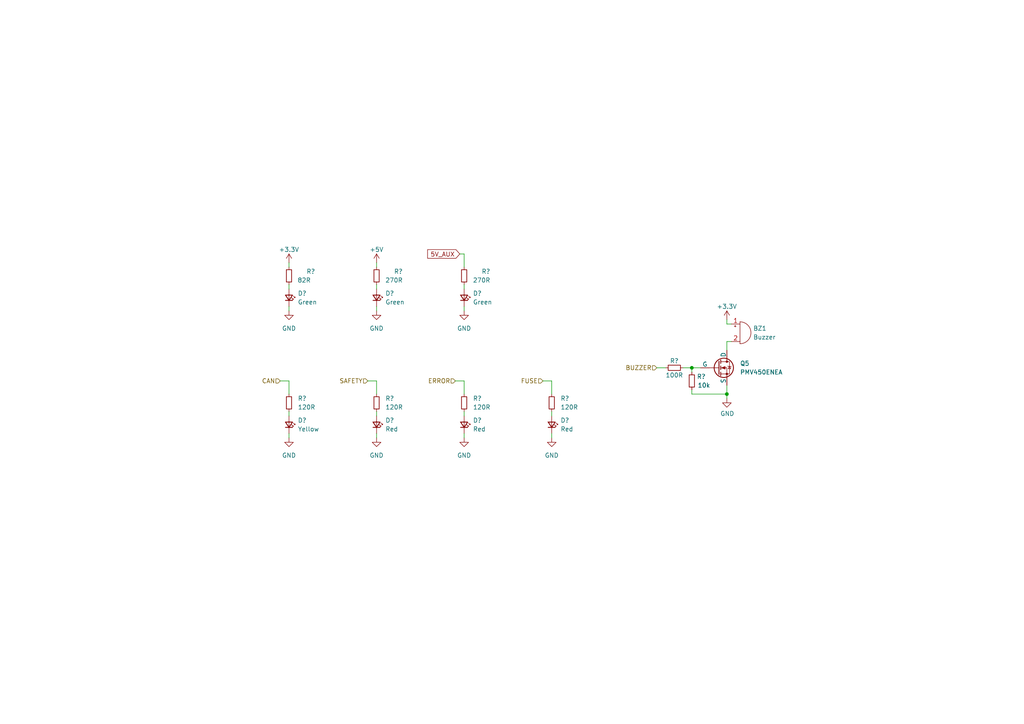
<source format=kicad_sch>
(kicad_sch (version 20230121) (generator eeschema)
  (paper "A4")
  (title_block (title "LEDs") (date "2023-07-01") (rev "${REVISION}") (company "Author: I. Kajdan") (comment 1 "Reviewer:"))
  (lib_symbols
    (symbol "Device:Buzzer" (pin_names (offset 0.0254) hide)
      (property "Reference" "BZ" (at 3.81 1.27 0))
      (property "Value" "Buzzer" (at 3.81 -1.27 0))
      (symbol "Buzzer_0_1"
        (arc (start 0 -3.175) (mid 3.1612 0) (end 0 3.175))
        (polyline (pts (xy -1.651 1.905) (xy -1.143 1.905)))
        (polyline (pts (xy -1.397 2.159) (xy -1.397 1.651)))
        (polyline (pts (xy 0 3.175) (xy 0 -3.175)))
      )
      (symbol "Buzzer_1_1"
        (pin passive line (at -2.54 2.54 0) (length 2.54) (name "-") (number "1"))
        (pin passive line (at -2.54 -2.54 0) (length 2.54) (name "+") (number "2"))
      )
    )
    (symbol "Device:LED_Small" (pin_numbers hide) (pin_names (offset 0.254) hide)
      (property "Reference" "D" (at -1.27 3.175 0))
      (property "Value" "LED_Small" (at -4.445 -2.54 0))
      (symbol "LED_Small_0_1"
        (polyline (pts (xy -0.762 -1.016) (xy -0.762 1.016)) (stroke (width 0.254)))
        (polyline (pts (xy 1.016 0) (xy -0.762 0)))
        (polyline (pts (xy 0.762 -1.016) (xy -0.762 0) (xy 0.762 1.016) (xy 0.762 -1.016)) (stroke (width 0.254)))
        (polyline (pts (xy 0 0.762) (xy -0.508 1.27) (xy -0.254 1.27) (xy -0.508 1.27) (xy -0.508 1.016)))
        (polyline (pts (xy 0.508 1.27) (xy 0 1.778) (xy 0.254 1.778) (xy 0 1.778) (xy 0 1.524)))
      )
      (symbol "LED_Small_1_1"
        (pin passive line (at -2.54 0 0) (length 1.778) (name "K") (number "1"))
        (pin passive line (at 2.54 0 180) (length 1.778) (name "A") (number "2"))
      )
    )
    (symbol "Device:R_Small" (pin_numbers hide) (pin_names (offset 0.254) hide)
      (property "Reference" "R" (at 0.762 0.508 0))
      (property "Value" "R_Small" (at 0.762 -1.016 0))
      (symbol "R_Small_0_1"
        (rectangle (start -0.762 1.778) (end 0.762 -1.778) (stroke (width 0.2032)))
      )
      (symbol "R_Small_1_1"
        (pin passive line (at 0 2.54 270) (length 0.762) (name "~") (number "1"))
        (pin passive line (at 0 -2.54 90) (length 0.762) (name "~") (number "2"))
      )
    )
    (symbol "Simulation_SPICE:NMOS" (pin_numbers hide) (pin_names (offset 0))
      (property "Reference" "Q" (at 5.08 1.27 0))
      (property "Value" "NMOS" (at 5.08 -1.27 0))
      (symbol "NMOS_0_1"
        (polyline (pts (xy 0.254 0) (xy -2.54 0)))
        (polyline (pts (xy 0.254 1.905) (xy 0.254 -1.905)) (stroke (width 0.254)))
        (polyline (pts (xy 0.762 -1.27) (xy 0.762 -2.286)) (stroke (width 0.254)))
        (polyline (pts (xy 0.762 0.508) (xy 0.762 -0.508)) (stroke (width 0.254)))
        (polyline (pts (xy 0.762 2.286) (xy 0.762 1.27)) (stroke (width 0.254)))
        (polyline (pts (xy 2.54 2.54) (xy 2.54 1.778)))
        (polyline (pts (xy 2.54 -2.54) (xy 2.54 0) (xy 0.762 0)))
        (polyline (pts (xy 0.762 -1.778) (xy 3.302 -1.778) (xy 3.302 1.778) (xy 0.762 1.778)))
        (polyline (pts (xy 1.016 0) (xy 2.032 0.381) (xy 2.032 -0.381) (xy 1.016 0)) (fill (type outline)))
        (polyline (pts (xy 2.794 0.508) (xy 2.921 0.381) (xy 3.683 0.381) (xy 3.81 0.254)))
        (polyline (pts (xy 3.302 0.381) (xy 2.921 -0.254) (xy 3.683 -0.254) (xy 3.302 0.381)))
        (circle (center 1.651 0) (radius 2.794) (stroke (width 0.254)))
        (circle (center 2.54 -1.778) (radius 0.254) (fill (type outline)))
        (circle (center 2.54 1.778) (radius 0.254) (fill (type outline)))
      )
      (symbol "NMOS_1_1"
        (pin passive line (at 2.54 5.08 270) (length 2.54) (name "D") (number "1"))
        (pin input line (at -5.08 0 0) (length 2.54) (name "G") (number "2"))
        (pin passive line (at 2.54 -5.08 90) (length 2.54) (name "S") (number "3"))
      )
    )
    (symbol "power:+3.3V" (power) (pin_names (offset 0))
      (property "Value" "+3.3V" (at 0 3.556 0))
      (symbol "+3.3V_0_1"
        (polyline (pts (xy -0.762 1.27) (xy 0 2.54)))
        (polyline (pts (xy 0 0) (xy 0 2.54)))
        (polyline (pts (xy 0 2.54) (xy 0.762 1.27)))
      )
      (symbol "+3.3V_1_1"
        (pin power_in line (at 0 0 90) (length 0) hide (name "+3.3V") (number "1"))
      )
    )
    (symbol "power:+5V" (power) (pin_names (offset 0))
      (property "Value" "+5V" (at 0 3.556 0))
      (symbol "+5V_0_1"
        (polyline (pts (xy -0.762 1.27) (xy 0 2.54)))
        (polyline (pts (xy 0 0) (xy 0 2.54)))
        (polyline (pts (xy 0 2.54) (xy 0.762 1.27)))
      )
      (symbol "+5V_1_1"
        (pin power_in line (at 0 0 90) (length 0) hide (name "+5V") (number "1"))
      )
    )
    (symbol "power:GND" (power) (pin_names (offset 0))
      (property "Value" "GND" (at 0 -3.81 0))
      (symbol "GND_0_1"
        (polyline (pts (xy 0 0) (xy 0 -1.27) (xy 1.27 -1.27) (xy 0 -2.54) (xy -1.27 -1.27) (xy 0 -1.27)))
      )
      (symbol "GND_1_1"
        (pin power_in line (at 0 0 270) (length 0) hide (name "GND") (number "1"))
      )
    )
  )
  (junction (at 210.82 114.3))
  (junction (at 200.66 106.68))
  (wire (pts (xy 133.35 73.66) (xy 134.62 73.66)))
  (wire (pts (xy 83.82 82.55) (xy 83.82 83.82)))
  (wire (pts (xy 134.62 90.17) (xy 134.62 88.9)))
  (wire (pts (xy 210.82 111.76) (xy 210.82 114.3)))
  (wire (pts (xy 109.22 110.49) (xy 109.22 114.3)))
  (wire (pts (xy 210.82 93.98) (xy 210.82 92.71)))
  (wire (pts (xy 109.22 82.55) (xy 109.22 83.82)))
  (wire (pts (xy 157.48 110.49) (xy 160.02 110.49)))
  (wire (pts (xy 160.02 119.38) (xy 160.02 120.65)))
  (wire (pts (xy 132.08 110.49) (xy 134.62 110.49)))
  (wire (pts (xy 109.22 76.2) (xy 109.22 77.47)))
  (wire (pts (xy 190.5 106.68) (xy 193.04 106.68)))
  (wire (pts (xy 83.82 110.49) (xy 83.82 114.3)))
  (wire (pts (xy 210.82 99.06) (xy 210.82 101.6)))
  (wire (pts (xy 160.02 125.73) (xy 160.02 127)))
  (wire (pts (xy 83.82 88.9) (xy 83.82 90.17)))
  (wire (pts (xy 134.62 125.73) (xy 134.62 127)))
  (wire (pts (xy 134.62 110.49) (xy 134.62 114.3)))
  (wire (pts (xy 109.22 125.73) (xy 109.22 127)))
  (wire (pts (xy 81.28 110.49) (xy 83.82 110.49)))
  (wire (pts (xy 134.62 82.55) (xy 134.62 83.82)))
  (wire (pts (xy 106.68 110.49) (xy 109.22 110.49)))
  (wire (pts (xy 210.82 114.3) (xy 210.82 115.57)))
  (wire (pts (xy 212.09 93.98) (xy 210.82 93.98)))
  (wire (pts (xy 83.82 119.38) (xy 83.82 120.65)))
  (wire (pts (xy 200.66 114.3) (xy 210.82 114.3)))
  (wire (pts (xy 200.66 106.68) (xy 203.2 106.68)))
  (wire (pts (xy 160.02 110.49) (xy 160.02 114.3)))
  (wire (pts (xy 198.12 106.68) (xy 200.66 106.68)))
  (wire (pts (xy 109.22 90.17) (xy 109.22 88.9)))
  (wire (pts (xy 134.62 119.38) (xy 134.62 120.65)))
  (wire (pts (xy 83.82 125.73) (xy 83.82 127)))
  (wire (pts (xy 200.66 106.68) (xy 200.66 107.95)))
  (wire (pts (xy 109.22 119.38) (xy 109.22 120.65)))
  (wire (pts (xy 134.62 73.66) (xy 134.62 77.47)))
  (wire (pts (xy 83.82 76.2) (xy 83.82 77.47)))
  (wire (pts (xy 200.66 113.03) (xy 200.66 114.3)))
  (wire (pts (xy 210.82 99.06) (xy 212.09 99.06)))
  (global_label "5V_AUX" (shape input) (at 133.35 73.66 180) (property "Intersheetrefs" "${INTERSHEET_REFS}" (effects hide)))
  (hierarchical_label "CAN" (shape input) (at 81.28 110.49 180))
  (hierarchical_label "BUZZER" (shape input) (at 190.5 106.68 180))
  (hierarchical_label "SAFETY" (shape input) (at 106.68 110.49 180))
  (hierarchical_label "ERROR" (shape input) (at 132.08 110.49 180))
  (hierarchical_label "FUSE" (shape input) (at 157.48 110.49 180))
  (symbol (lib_id "Device:LED_Small") (at 83.82 123.19 270) (mirror x) (unit 1)
    (property "Reference" "D?" (at 86.36 121.92 90) (effects (justify left)))
    (property "Value" "Yellow" (at 86.36 124.46 90) (effects (justify left)))
    (property "Footprint" "LED_SMD:LED_0201_0603Metric" (effects hide))
    (instances (project "rearbox" (path "" (reference "D?") (unit 1)) (path "" (reference "D5") (unit 1))))
  )
  (symbol (lib_id "power:GND") (at 83.82 127 0) (unit 1)
    (property "Reference" "#PWR?" (effects hide))
    (property "Value" "GND" (at 83.82 132.08 0))
    (instances (project "rearbox" (path "" (reference "#PWR?") (unit 1)) (path "" (reference "#PWR0139") (unit 1))) (project "suspension_tension_meter" (path "" (reference "#PWR?") (unit 1))))
  )
  (symbol (lib_id "power:GND") (at 83.82 90.17 0) (unit 1)
    (property "Reference" "#PWR?" (effects hide))
    (property "Value" "GND" (at 83.82 95.25 0))
    (instances (project "rearbox" (path "" (reference "#PWR?") (unit 1)) (path "" (reference "#PWR?") (unit 1)) (path "" (reference "#PWR0138") (unit 1))))
  )
  (symbol (lib_id "power:GND") (at 160.02 127 0) (unit 1)
    (property "Reference" "#PWR?" (effects hide))
    (property "Value" "GND" (at 160.02 132.08 0))
    (instances (project "rearbox" (path "" (reference "#PWR?") (unit 1)) (path "" (reference "#PWR0145") (unit 1))) (project "suspension_tension_meter" (path "" (reference "#PWR?") (unit 1))))
  )
  (symbol (lib_id "power:+3.3V") (at 83.82 76.2 0) (unit 1)
    (property "Reference" "#PWR?" (effects hide))
    (property "Value" "+3.3V" (at 83.82 72.39 0))
    (instances (project "rearbox" (path "" (reference "#PWR?") (unit 1)) (path "" (reference "#PWR0137") (unit 1))))
  )
  (symbol (lib_id "Device:R_Small") (at 83.82 80.01 0) (mirror y) (unit 1)
    (property "Reference" "R?" (at 91.44 78.74 0) (effects (justify left)))
    (property "Value" "82R" (at 90.17 81.28 0) (effects (justify left)))
    (property "Footprint" "Resistor_SMD:R_0402_1005Metric" (effects hide))
    (instances (project "rearbox" (path "" (reference "R?") (unit 1)) (path "" (reference "R96") (unit 1))))
  )
  (symbol (lib_id "power:GND") (at 109.22 127 0) (unit 1)
    (property "Reference" "#PWR?" (effects hide))
    (property "Value" "GND" (at 109.22 132.08 0))
    (instances (project "rearbox" (path "" (reference "#PWR?") (unit 1)) (path "" (reference "#PWR0142") (unit 1))) (project "suspension_tension_meter" (path "" (reference "#PWR?") (unit 1))))
  )
  (symbol (lib_id "Device:R_Small") (at 195.58 106.68 270) (unit 1)
    (property "Reference" "R?" (at 195.58 103.9622 90) (effects (justify top)))
    (property "Value" "100R" (at 195.58 108.8136 90))
    (property "Footprint" "Resistor_SMD:R_0603_1608Metric" (effects hide))
    (instances (project "rearbox" (path "" (reference "R?") (unit 1)) (path "" (reference "R?") (unit 1)) (path "" (reference "R90") (unit 1)) (path "" (reference "R103") (unit 1))) (project "Traction_Control_System" (path "" (reference "R?") (unit 1)) (path "" (reference "R?") (unit 1))))
  )
  (symbol (lib_id "power:GND") (at 134.62 90.17 0) (unit 1)
    (property "Reference" "#PWR?" (effects hide))
    (property "Value" "GND" (at 134.62 95.25 0))
    (instances (project "rearbox" (path "" (reference "#PWR?") (unit 1)) (path "" (reference "#PWR?") (unit 1)) (path "" (reference "#PWR0143") (unit 1))))
  )
  (symbol (lib_id "Device:LED_Small") (at 109.22 123.19 270) (mirror x) (unit 1)
    (property "Reference" "D?" (at 111.76 121.92 90) (effects (justify left)))
    (property "Value" "Red" (at 111.76 124.46 90) (effects (justify left)))
    (property "Footprint" "LED_SMD:LED_0201_0603Metric" (effects hide))
    (instances (project "rearbox" (path "" (reference "D?") (unit 1)) (path "" (reference "D7") (unit 1))))
  )
  (symbol (lib_id "Device:R_Small") (at 109.22 116.84 0) (mirror y) (unit 1)
    (property "Reference" "R?" (at 111.76 115.57 0) (effects (justify right)))
    (property "Value" "120R" (at 111.76 118.11 0) (effects (justify right)))
    (property "Footprint" "Resistor_SMD:R_0402_1005Metric" (effects hide))
    (instances (project "rearbox" (path "" (reference "R?") (unit 1)) (path "" (reference "R99") (unit 1))) (project "suspension_tension_meter" (path "" (reference "R?") (unit 1))))
  )
  (symbol (lib_id "power:GND") (at 134.62 127 0) (unit 1)
    (property "Reference" "#PWR?" (effects hide))
    (property "Value" "GND" (at 134.62 132.08 0))
    (instances (project "rearbox" (path "" (reference "#PWR?") (unit 1)) (path "" (reference "#PWR0144") (unit 1))) (project "suspension_tension_meter" (path "" (reference "#PWR?") (unit 1))))
  )
  (symbol (lib_id "Device:Buzzer") (at 214.63 96.52 0) (unit 1)
    (property "Reference" "BZ1" (at 218.44 95.25 0) (effects (justify left)))
    (property "Value" "Buzzer" (at 218.44 97.79 0) (effects (justify left)))
  )
  (symbol (lib_id "Device:R_Small") (at 83.82 116.84 0) (mirror y) (unit 1)
    (property "Reference" "R?" (at 86.36 115.57 0) (effects (justify right)))
    (property "Value" "120R" (at 86.36 118.11 0) (effects (justify right)))
    (property "Footprint" "Resistor_SMD:R_0402_1005Metric" (effects hide))
    (instances (project "rearbox" (path "" (reference "R?") (unit 1)) (path "" (reference "R97") (unit 1))) (project "suspension_tension_meter" (path "" (reference "R?") (unit 1))))
  )
  (symbol (lib_id "Device:R_Small") (at 134.62 80.01 0) (mirror y) (unit 1)
    (property "Reference" "R?" (at 142.24 78.74 0) (effects (justify left)))
    (property "Value" "270R" (at 142.24 81.28 0) (effects (justify left)))
    (property "Footprint" "Resistor_SMD:R_0402_1005Metric" (effects hide))
    (instances (project "rearbox" (path "" (reference "R?") (unit 1)) (path "" (reference "R100") (unit 1))))
  )
  (symbol (lib_id "Device:LED_Small") (at 83.82 86.36 270) (mirror x) (unit 1)
    (property "Reference" "D?" (at 86.36 85.09 90) (effects (justify left)))
    (property "Value" "Green" (at 86.36 87.63 90) (effects (justify left)))
    (property "Footprint" "LED_SMD:LED_0201_0603Metric" (effects hide))
    (instances (project "rearbox" (path "" (reference "D?") (unit 1)) (path "" (reference "D4") (unit 1))))
  )
  (symbol (lib_id "Device:R_Small") (at 160.02 116.84 0) (mirror y) (unit 1)
    (property "Reference" "R?" (at 162.56 115.57 0) (effects (justify right)))
    (property "Value" "120R" (at 162.56 118.11 0) (effects (justify right)))
    (property "Footprint" "Resistor_SMD:R_0402_1005Metric" (effects hide))
    (instances (project "rearbox" (path "" (reference "R?") (unit 1)) (path "" (reference "R102") (unit 1))) (project "suspension_tension_meter" (path "" (reference "R?") (unit 1))))
  )
  (symbol (lib_id "Device:LED_Small") (at 109.22 86.36 270) (mirror x) (unit 1)
    (property "Reference" "D?" (at 111.76 85.09 90) (effects (justify left)))
    (property "Value" "Green" (at 111.76 87.63 90) (effects (justify left)))
    (property "Footprint" "LED_SMD:LED_0201_0603Metric" (effects hide))
    (instances (project "rearbox" (path "" (reference "D?") (unit 1)) (path "" (reference "D6") (unit 1))))
  )
  (symbol (lib_id "Device:R_Small") (at 134.62 116.84 0) (mirror y) (unit 1)
    (property "Reference" "R?" (at 137.16 115.57 0) (effects (justify right)))
    (property "Value" "120R" (at 137.16 118.11 0) (effects (justify right)))
    (property "Footprint" "Resistor_SMD:R_0402_1005Metric" (effects hide))
    (instances (project "rearbox" (path "" (reference "R?") (unit 1)) (path "" (reference "R101") (unit 1))) (project "suspension_tension_meter" (path "" (reference "R?") (unit 1))))
  )
  (symbol (lib_id "Device:LED_Small") (at 134.62 123.19 270) (mirror x) (unit 1)
    (property "Reference" "D?" (at 137.16 121.92 90) (effects (justify left)))
    (property "Value" "Red" (at 137.16 124.46 90) (effects (justify left)))
    (property "Footprint" "LED_SMD:LED_0201_0603Metric" (effects hide))
    (instances (project "rearbox" (path "" (reference "D?") (unit 1)) (path "" (reference "D9") (unit 1))))
  )
  (symbol (lib_id "Device:R_Small") (at 109.22 80.01 0) (mirror y) (unit 1)
    (property "Reference" "R?" (at 116.84 78.74 0) (effects (justify left)))
    (property "Value" "270R" (at 116.84 81.28 0) (effects (justify left)))
    (property "Footprint" "Resistor_SMD:R_0402_1005Metric" (effects hide))
    (instances (project "rearbox" (path "" (reference "R?") (unit 1)) (path "" (reference "R98") (unit 1))))
  )
  (symbol (lib_id "power:GND") (at 210.82 115.57 0) (unit 1)
    (property "Reference" "#PWR?" (effects hide))
    (property "Value" "GND" (at 210.947 119.9642 0))
    (instances (project "rearbox" (path "" (reference "#PWR?") (unit 1)) (path "" (reference "#PWR?") (unit 1)) (path "" (reference "#PWR0131") (unit 1)) (path "" (reference "#PWR0147") (unit 1))) (project "Traction_Control_System" (path "" (reference "#PWR?") (unit 1)) (path "" (reference "#PWR?") (unit 1))))
  )
  (symbol (lib_id "Simulation_SPICE:NMOS") (at 208.28 106.68 0) (unit 1)
    (property "Reference" "Q5" (at 214.63 105.41 0) (effects (justify left)))
    (property "Value" "PMV450ENEA" (at 214.63 107.95 0) (effects (justify left)))
    (property "Datasheet" "https://assets.nexperia.com/documents/data-sheet/PMV450ENEA.pdf" (effects hide))
    (instances (project "rearbox" (path "" (reference "Q5") (unit 1)) (path "" (reference "Q11") (unit 1)) (path "" (reference "Q11") (unit 1))))
  )
  (symbol (lib_id "Device:LED_Small") (at 160.02 123.19 270) (mirror x) (unit 1)
    (property "Reference" "D?" (at 162.56 121.92 90) (effects (justify left)))
    (property "Value" "Red" (at 162.56 124.46 90) (effects (justify left)))
    (property "Footprint" "LED_SMD:LED_0201_0603Metric" (effects hide))
    (instances (project "rearbox" (path "" (reference "D?") (unit 1)) (path "" (reference "D10") (unit 1))))
  )
  (symbol (lib_id "power:GND") (at 109.22 90.17 0) (unit 1)
    (property "Reference" "#PWR?" (effects hide))
    (property "Value" "GND" (at 109.22 95.25 0))
    (instances (project "rearbox" (path "" (reference "#PWR?") (unit 1)) (path "" (reference "#PWR?") (unit 1)) (path "" (reference "#PWR0141") (unit 1))))
  )
  (symbol (lib_id "Device:R_Small") (at 200.66 110.49 180) (unit 1)
    (property "Reference" "R?" (at 202.1078 109.22 0) (effects (justify right)))
    (property "Value" "10k" (at 202.3364 111.76 0) (effects (justify right)))
    (property "Footprint" "Resistor_SMD:R_0603_1608Metric" (effects hide))
    (instances (project "rearbox" (path "" (reference "R?") (unit 1)) (path "" (reference "R?") (unit 1)) (path "" (reference "R91") (unit 1)) (path "" (reference "R104") (unit 1))) (project "Traction_Control_System" (path "" (reference "R?") (unit 1)) (path "" (reference "R?") (unit 1))))
  )
  (symbol (lib_id "Device:LED_Small") (at 134.62 86.36 270) (mirror x) (unit 1)
    (property "Reference" "D?" (at 137.16 85.09 90) (effects (justify left)))
    (property "Value" "Green" (at 137.16 87.63 90) (effects (justify left)))
    (property "Footprint" "LED_SMD:LED_0201_0603Metric" (effects hide))
    (instances (project "rearbox" (path "" (reference "D?") (unit 1)) (path "" (reference "D8") (unit 1))))
  )
  (symbol (lib_id "power:+5V") (at 109.22 76.2 0) (unit 1)
    (property "Reference" "#PWR?" (effects hide))
    (property "Value" "+5V" (at 109.22 72.39 0))
    (instances (project "rearbox" (path "" (reference "#PWR?") (unit 1)) (path "" (reference "#PWR0140") (unit 1))))
  )
  (symbol (lib_id "power:+3.3V") (at 210.82 92.71 0) (unit 1)
    (property "Reference" "#PWR?" (effects hide))
    (property "Value" "+3.3V" (at 210.82 88.9 0))
    (instances (project "rearbox" (path "" (reference "#PWR?") (unit 1)) (path "" (reference "#PWR0146") (unit 1))))
  )
)
</source>
